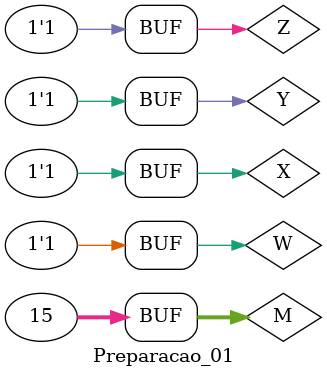
<source format=v>

module PoS_NOR(output S, input A, input B, input C, input D);
    wire AN, BN, CN, DN;
    wire w1, w2, w3, w4, w5, w6, w7, w8;

    nor NOR1 (AN, A, A); // ~A
    nor NOR2 (BN, B, B); // ~B
    nor NOR3 (CN, C, C); // ~C
    nor NOR4 (DN, D, D); // ~D

    nor NOR5 (w1, C, DN);       
    nor NOR6 (w2, A, B, C);    
    nor NOR7 (w3, AN, B, C);     
    nor NOR8 (w4, AN, BN, CN);    
    nor NOR9 (w5, AN, CN, D);   
    nor NOR10 (w6, A, B, DN);    
    nor NOR11 (w7, AN, BN, DN);    
    nor NOR12 (w8, BN, CN, D); 

    nor NOR13(S, w1, w2, w3, w4, w5, w6, w7, w8); 
endmodule

//-------------------
// Modulo Principal
//------------------
module Preparacao_01;
    reg X, Y, W, Z;
    wire S;
    integer M;

    //instancias
    PoS_NOR pos(S, X, Y, W, Z);

    // valores iniciais
    initial begin: start
    X=1'bx; Y=1'bx; W=1'bx; Z=1'bx; M=0; // indefinidos
    end

    //------ parte principal
    initial begin: main
    // identificacao
    $display("Tabela da Verdade - PoS");
    // monitoramento
    $display("          M  X  Y  W  Z  = S");
    $monitor("%d %2b %2b %2b %2b = %2b", M, X, Y, W, Z, S);
    // sinalizacao
    M=0; X=0; Y=0; W=0; Z=0;
    #1 M=1; X=0; Y=0; W=0; Z=1;
    #1 M=2; X=0; Y=0; W=1; Z=0;
    #1 M=3; X=0; Y=0; W=1; Z=1;
    #1 M=4; X=0; Y=1; W=0; Z=0;
    #1 M=5; X=0; Y=1; W=0; Z=1; 
    #1 M=6; X=0; Y=1; W=1; Z=0;
    #1 M=7; X=0; Y=1; W=1; Z=1;
    #1 M=8; X=1; Y=0; W=0; Z=0;
    #1 M=9; X=1; Y=0; W=0; Z=1;
    #1 M=10; X=1; Y=0; W=1; Z=0;
    #1 M=11; X=1; Y=0; W=1; Z=1;
    #1 M=12; X=1; Y=1; W=0; Z=0;
    #1 M=13; X=1; Y=1; W=0; Z=1;
    #1 M=14; X=1; Y=1; W=1; Z=0;
    #1 M=15; X=1; Y=1; W=1; Z=1;
    end
endmodule

/* Registro de Resultado 

Tabela da Verdade - PoS 
          M  X  Y  W  Z  = S
          0  0  0  0  0 =  0
          1  0  0  0  1 =  0
          2  0  0  1  0 =  1
          3  0  0  1  1 =  0
          4  0  1  0  0 =  1
          5  0  1  0  1 =  0
          6  0  1  1  0 =  0
          7  0  1  1  1 =  1
          8  1  0  0  0 =  0
          9  1  0  0  1 =  0
         10  1  0  1  0 =  0
         11  1  0  1  1 =  1
         12  1  1  0  0 =  1
         13  1  1  0  1 =  0
         14  1  1  1  0 =  0
         15  1  1  1  1 =  0

*/
</source>
